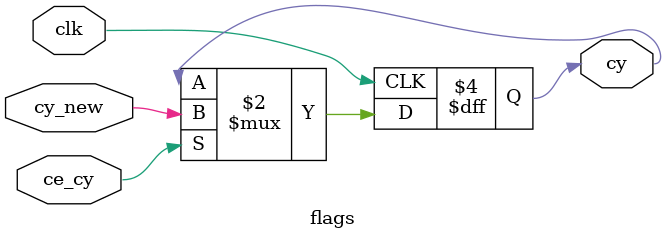
<source format=v>
`ifndef FLAGS_V
`define FLAGS_V
`default_nettype none

module flags (
    input clk,
    input cy_new,
    input ce_cy,
    output reg cy
);
    always @(posedge clk) begin
        if (ce_cy)
            cy <= cy_new;
    end
endmodule
`endif

</source>
